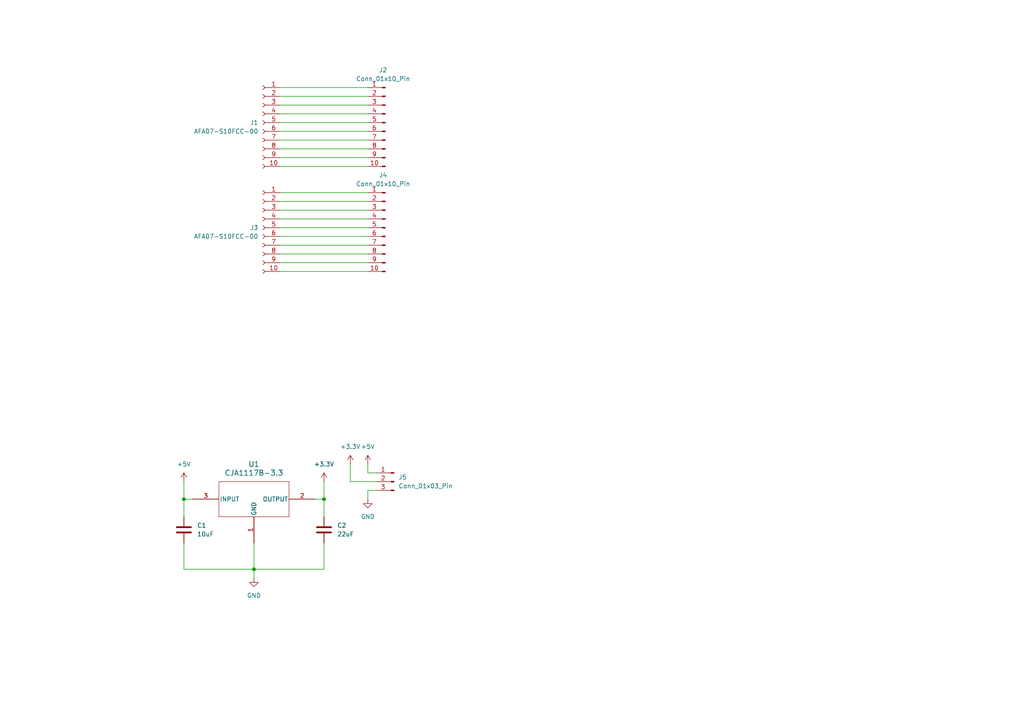
<source format=kicad_sch>
(kicad_sch (version 20231120) (generator "eeschema") (generator_version "8.0")
  (paper "A4")
  (lib_symbols
    (symbol "AFA07-S10FCC-00_1" (pin_names (offset 1.016) hide)
      (property "Reference" "J" (at 0 12.7 0))
      (property "Value" "AFA07-S10FCC-00" (at 0 -15.24 0))
      (symbol "AFA07-S10FCC-00_1_1_1"
        (arc (start 0 -12.192) (mid -0.5058 -12.7) (end 0 -13.208) (stroke (width 0.1524)))
        (arc (start 0 -9.652) (mid -0.5058 -10.16) (end 0 -10.668) (stroke (width 0.1524)))
        (arc (start 0 -7.112) (mid -0.5058 -7.62) (end 0 -8.128) (stroke (width 0.1524)))
        (arc (start 0 -4.572) (mid -0.5058 -5.08) (end 0 -5.588) (stroke (width 0.1524)))
        (arc (start 0 -2.032) (mid -0.5058 -2.54) (end 0 -3.048) (stroke (width 0.1524)))
        (polyline (pts (xy -1.27 -12.7) (xy -0.508 -12.7)) (stroke (width 0.1524)))
        (polyline (pts (xy -1.27 -10.16) (xy -0.508 -10.16)) (stroke (width 0.1524)))
        (polyline (pts (xy -1.27 -7.62) (xy -0.508 -7.62)) (stroke (width 0.1524)))
        (polyline (pts (xy -1.27 -5.08) (xy -0.508 -5.08)) (stroke (width 0.1524)))
        (polyline (pts (xy -1.27 -2.54) (xy -0.508 -2.54)) (stroke (width 0.1524)))
        (polyline (pts (xy -1.27 0) (xy -0.508 0)) (stroke (width 0.1524)))
        (polyline (pts (xy -1.27 2.54) (xy -0.508 2.54)) (stroke (width 0.1524)))
        (polyline (pts (xy -1.27 5.08) (xy -0.508 5.08)) (stroke (width 0.1524)))
        (polyline (pts (xy -1.27 7.62) (xy -0.508 7.62)) (stroke (width 0.1524)))
        (polyline (pts (xy -1.27 10.16) (xy -0.508 10.16)) (stroke (width 0.1524)))
        (arc (start 0 0.508) (mid -0.5058 0) (end 0 -0.508) (stroke (width 0.1524)))
        (arc (start 0 3.048) (mid -0.5058 2.54) (end 0 2.032) (stroke (width 0.1524)))
        (arc (start 0 5.588) (mid -0.5058 5.08) (end 0 4.572) (stroke (width 0.1524)))
        (arc (start 0 8.128) (mid -0.5058 7.62) (end 0 7.112) (stroke (width 0.1524)))
        (arc (start 0 10.668) (mid -0.5058 10.16) (end 0 9.652) (stroke (width 0.1524)))
        (pin passive line (at -5.08 10.16 0) (length 3.81) (name "Pin_1") (number "1"))
        (pin passive line (at -5.08 -12.7 0) (length 3.81) (name "Pin_10") (number "10"))
        (pin passive line (at -5.08 7.62 0) (length 3.81) (name "Pin_2") (number "2"))
        (pin passive line (at -5.08 5.08 0) (length 3.81) (name "Pin_3") (number "3"))
        (pin passive line (at -5.08 2.54 0) (length 3.81) (name "Pin_4") (number "4"))
        (pin passive line (at -5.08 0 0) (length 3.81) (name "Pin_5") (number "5"))
        (pin passive line (at -5.08 -2.54 0) (length 3.81) (name "Pin_6") (number "6"))
        (pin passive line (at -5.08 -5.08 0) (length 3.81) (name "Pin_7") (number "7"))
        (pin passive line (at -5.08 -7.62 0) (length 3.81) (name "Pin_8") (number "8"))
        (pin passive line (at -5.08 -10.16 0) (length 3.81) (name "Pin_9") (number "9"))
      )
    )
    (symbol "Connector:Conn_01x03_Pin" (pin_names (offset 1.016) hide)
      (property "Reference" "J" (at 0 5.08 0))
      (property "Value" "Conn_01x03_Pin" (at 0 -5.08 0))
      (symbol "Conn_01x03_Pin_1_1"
        (polyline (pts (xy 1.27 -2.54) (xy 0.8636 -2.54)) (stroke (width 0.1524)))
        (polyline (pts (xy 1.27 0) (xy 0.8636 0)) (stroke (width 0.1524)))
        (polyline (pts (xy 1.27 2.54) (xy 0.8636 2.54)) (stroke (width 0.1524)))
        (rectangle (start 0.8636 -2.413) (end 0 -2.667) (stroke (width 0.1524)) (fill (type outline)))
        (rectangle (start 0.8636 0.127) (end 0 -0.127) (stroke (width 0.1524)) (fill (type outline)))
        (rectangle (start 0.8636 2.667) (end 0 2.413) (stroke (width 0.1524)) (fill (type outline)))
        (pin passive line (at 5.08 2.54 180) (length 3.81) (name "Pin_1") (number "1"))
        (pin passive line (at 5.08 0 180) (length 3.81) (name "Pin_2") (number "2"))
        (pin passive line (at 5.08 -2.54 180) (length 3.81) (name "Pin_3") (number "3"))
      )
    )
    (symbol "Connector:Conn_01x10_Pin" (pin_names (offset 1.016) hide)
      (property "Reference" "J" (at 0 12.7 0))
      (property "Value" "Conn_01x10_Pin" (at 0 -15.24 0))
      (symbol "Conn_01x10_Pin_1_1"
        (polyline (pts (xy 1.27 -12.7) (xy 0.8636 -12.7)) (stroke (width 0.1524)))
        (polyline (pts (xy 1.27 -10.16) (xy 0.8636 -10.16)) (stroke (width 0.1524)))
        (polyline (pts (xy 1.27 -7.62) (xy 0.8636 -7.62)) (stroke (width 0.1524)))
        (polyline (pts (xy 1.27 -5.08) (xy 0.8636 -5.08)) (stroke (width 0.1524)))
        (polyline (pts (xy 1.27 -2.54) (xy 0.8636 -2.54)) (stroke (width 0.1524)))
        (polyline (pts (xy 1.27 0) (xy 0.8636 0)) (stroke (width 0.1524)))
        (polyline (pts (xy 1.27 2.54) (xy 0.8636 2.54)) (stroke (width 0.1524)))
        (polyline (pts (xy 1.27 5.08) (xy 0.8636 5.08)) (stroke (width 0.1524)))
        (polyline (pts (xy 1.27 7.62) (xy 0.8636 7.62)) (stroke (width 0.1524)))
        (polyline (pts (xy 1.27 10.16) (xy 0.8636 10.16)) (stroke (width 0.1524)))
        (rectangle (start 0.8636 -12.573) (end 0 -12.827) (stroke (width 0.1524)) (fill (type outline)))
        (rectangle (start 0.8636 -10.033) (end 0 -10.287) (stroke (width 0.1524)) (fill (type outline)))
        (rectangle (start 0.8636 -7.493) (end 0 -7.747) (stroke (width 0.1524)) (fill (type outline)))
        (rectangle (start 0.8636 -4.953) (end 0 -5.207) (stroke (width 0.1524)) (fill (type outline)))
        (rectangle (start 0.8636 -2.413) (end 0 -2.667) (stroke (width 0.1524)) (fill (type outline)))
        (rectangle (start 0.8636 0.127) (end 0 -0.127) (stroke (width 0.1524)) (fill (type outline)))
        (rectangle (start 0.8636 2.667) (end 0 2.413) (stroke (width 0.1524)) (fill (type outline)))
        (rectangle (start 0.8636 5.207) (end 0 4.953) (stroke (width 0.1524)) (fill (type outline)))
        (rectangle (start 0.8636 7.747) (end 0 7.493) (stroke (width 0.1524)) (fill (type outline)))
        (rectangle (start 0.8636 10.287) (end 0 10.033) (stroke (width 0.1524)) (fill (type outline)))
        (pin passive line (at 5.08 10.16 180) (length 3.81) (name "Pin_1") (number "1"))
        (pin passive line (at 5.08 -12.7 180) (length 3.81) (name "Pin_10") (number "10"))
        (pin passive line (at 5.08 7.62 180) (length 3.81) (name "Pin_2") (number "2"))
        (pin passive line (at 5.08 5.08 180) (length 3.81) (name "Pin_3") (number "3"))
        (pin passive line (at 5.08 2.54 180) (length 3.81) (name "Pin_4") (number "4"))
        (pin passive line (at 5.08 0 180) (length 3.81) (name "Pin_5") (number "5"))
        (pin passive line (at 5.08 -2.54 180) (length 3.81) (name "Pin_6") (number "6"))
        (pin passive line (at 5.08 -5.08 180) (length 3.81) (name "Pin_7") (number "7"))
        (pin passive line (at 5.08 -7.62 180) (length 3.81) (name "Pin_8") (number "8"))
        (pin passive line (at 5.08 -10.16 180) (length 3.81) (name "Pin_9") (number "9"))
      )
    )
    (symbol "kicad_inventree_lib:AFA07-S10FCC-00" (pin_names (offset 1.016) hide)
      (property "Reference" "J" (at 0 12.7 0))
      (property "Value" "AFA07-S10FCC-00" (at 0 -15.24 0))
      (symbol "AFA07-S10FCC-00_1_1"
        (arc (start 0 -12.192) (mid -0.5058 -12.7) (end 0 -13.208) (stroke (width 0.1524)))
        (arc (start 0 -9.652) (mid -0.5058 -10.16) (end 0 -10.668) (stroke (width 0.1524)))
        (arc (start 0 -7.112) (mid -0.5058 -7.62) (end 0 -8.128) (stroke (width 0.1524)))
        (arc (start 0 -4.572) (mid -0.5058 -5.08) (end 0 -5.588) (stroke (width 0.1524)))
        (arc (start 0 -2.032) (mid -0.5058 -2.54) (end 0 -3.048) (stroke (width 0.1524)))
        (polyline (pts (xy -1.27 -12.7) (xy -0.508 -12.7)) (stroke (width 0.1524)))
        (polyline (pts (xy -1.27 -10.16) (xy -0.508 -10.16)) (stroke (width 0.1524)))
        (polyline (pts (xy -1.27 -7.62) (xy -0.508 -7.62)) (stroke (width 0.1524)))
        (polyline (pts (xy -1.27 -5.08) (xy -0.508 -5.08)) (stroke (width 0.1524)))
        (polyline (pts (xy -1.27 -2.54) (xy -0.508 -2.54)) (stroke (width 0.1524)))
        (polyline (pts (xy -1.27 0) (xy -0.508 0)) (stroke (width 0.1524)))
        (polyline (pts (xy -1.27 2.54) (xy -0.508 2.54)) (stroke (width 0.1524)))
        (polyline (pts (xy -1.27 5.08) (xy -0.508 5.08)) (stroke (width 0.1524)))
        (polyline (pts (xy -1.27 7.62) (xy -0.508 7.62)) (stroke (width 0.1524)))
        (polyline (pts (xy -1.27 10.16) (xy -0.508 10.16)) (stroke (width 0.1524)))
        (arc (start 0 0.508) (mid -0.5058 0) (end 0 -0.508) (stroke (width 0.1524)))
        (arc (start 0 3.048) (mid -0.5058 2.54) (end 0 2.032) (stroke (width 0.1524)))
        (arc (start 0 5.588) (mid -0.5058 5.08) (end 0 4.572) (stroke (width 0.1524)))
        (arc (start 0 8.128) (mid -0.5058 7.62) (end 0 7.112) (stroke (width 0.1524)))
        (arc (start 0 10.668) (mid -0.5058 10.16) (end 0 9.652) (stroke (width 0.1524)))
        (pin passive line (at -5.08 10.16 0) (length 3.81) (name "Pin_1") (number "1"))
        (pin passive line (at -5.08 -12.7 0) (length 3.81) (name "Pin_10") (number "10"))
        (pin passive line (at -5.08 7.62 0) (length 3.81) (name "Pin_2") (number "2"))
        (pin passive line (at -5.08 5.08 0) (length 3.81) (name "Pin_3") (number "3"))
        (pin passive line (at -5.08 2.54 0) (length 3.81) (name "Pin_4") (number "4"))
        (pin passive line (at -5.08 0 0) (length 3.81) (name "Pin_5") (number "5"))
        (pin passive line (at -5.08 -2.54 0) (length 3.81) (name "Pin_6") (number "6"))
        (pin passive line (at -5.08 -5.08 0) (length 3.81) (name "Pin_7") (number "7"))
        (pin passive line (at -5.08 -7.62 0) (length 3.81) (name "Pin_8") (number "8"))
        (pin passive line (at -5.08 -10.16 0) (length 3.81) (name "Pin_9") (number "9"))
      )
    )
    (symbol "kicad_inventree_lib:CJA1117B-3.3" (pin_names (offset 0.254))
      (property "Reference" "U" (at 0 5.08 0))
      (property "Value" "CJA1117B-3.3" (at 0 2.54 0))
      (symbol "CJA1117B-3.3_0_1"
        (polyline (pts (xy -10.16 -10.16) (xy 10.16 -10.16)) (stroke (width 0.127)))
        (polyline (pts (xy -10.16 0) (xy -10.16 -10.16)) (stroke (width 0.127)))
        (polyline (pts (xy 10.16 -10.16) (xy 10.16 0)) (stroke (width 0.127)))
        (polyline (pts (xy 10.16 0) (xy -10.16 0)) (stroke (width 0.127)))
        (pin unspecified line (at 17.78 -5.08 180) (length 7.62) (name "OUTPUT") (number "2"))
        (pin unspecified line (at -17.78 -5.08 0) (length 7.62) (name "INPUT") (number "3"))
      )
      (symbol "CJA1117B-3.3_1_1"
        (pin unspecified line (at 0 -17.78 90) (length 7.62) (name "GND") (number "1"))
      )
    )
    (symbol "kicad_inventree_lib:C_10uF_16V_1206" (pin_numbers hide) (pin_names (offset 0.254))
      (property "Reference" "C" (at 0.635 2.54 0))
      (property "Value" "10uF" (at 0.635 -2.54 0))
      (symbol "C_10uF_16V_1206_0_1"
        (polyline (pts (xy -2.032 -0.762) (xy 2.032 -0.762)) (stroke (width 0.508)))
        (polyline (pts (xy -2.032 0.762) (xy 2.032 0.762)) (stroke (width 0.508)))
      )
      (symbol "C_10uF_16V_1206_1_1"
        (pin passive line (at 0 3.81 270) (length 2.794) (name "~") (number "1"))
        (pin passive line (at 0 -3.81 90) (length 2.794) (name "~") (number "2"))
      )
    )
    (symbol "kicad_inventree_lib:C_22uF_16V_1206" (pin_numbers hide) (pin_names (offset 0.254))
      (property "Reference" "C" (at 0.635 2.54 0))
      (property "Value" "22uF" (at 0.635 -2.54 0))
      (symbol "C_22uF_16V_1206_0_1"
        (polyline (pts (xy -2.032 -0.762) (xy 2.032 -0.762)) (stroke (width 0.508)))
        (polyline (pts (xy -2.032 0.762) (xy 2.032 0.762)) (stroke (width 0.508)))
      )
      (symbol "C_22uF_16V_1206_1_1"
        (pin passive line (at 0 3.81 270) (length 2.794) (name "~") (number "1"))
        (pin passive line (at 0 -3.81 90) (length 2.794) (name "~") (number "2"))
      )
    )
    (symbol "power:+3.3V" (power) (pin_numbers hide) (pin_names (offset 0) hide)
      (property "Value" "+3.3V" (at 0 3.556 0))
      (symbol "+3.3V_0_1"
        (polyline (pts (xy -0.762 1.27) (xy 0 2.54)))
        (polyline (pts (xy 0 0) (xy 0 2.54)))
        (polyline (pts (xy 0 2.54) (xy 0.762 1.27)))
      )
      (symbol "+3.3V_1_1"
        (pin power_in line (at 0 0 90) (length 0) (name "~") (number "1"))
      )
    )
    (symbol "power:+5V" (power) (pin_numbers hide) (pin_names (offset 0) hide)
      (property "Value" "+5V" (at 0 3.556 0))
      (symbol "+5V_0_1"
        (polyline (pts (xy -0.762 1.27) (xy 0 2.54)))
        (polyline (pts (xy 0 0) (xy 0 2.54)))
        (polyline (pts (xy 0 2.54) (xy 0.762 1.27)))
      )
      (symbol "+5V_1_1"
        (pin power_in line (at 0 0 90) (length 0) (name "~") (number "1"))
      )
    )
    (symbol "power:GND" (power) (pin_numbers hide) (pin_names (offset 0) hide)
      (property "Value" "GND" (at 0 -3.81 0))
      (symbol "GND_0_1"
        (polyline (pts (xy 0 0) (xy 0 -1.27) (xy 1.27 -1.27) (xy 0 -2.54) (xy -1.27 -1.27) (xy 0 -1.27)))
      )
      (symbol "GND_1_1"
        (pin power_in line (at 0 0 270) (length 0) (name "~") (number "1"))
      )
    )
  )
  (junction (at 93.98 144.78))
  (junction (at 53.34 144.78))
  (junction (at 73.66 165.1))
  (wire (pts (xy 106.68 43.18) (xy 81.28 43.18)))
  (wire (pts (xy 106.68 134.62) (xy 106.68 137.16)))
  (wire (pts (xy 106.68 60.96) (xy 81.28 60.96)))
  (wire (pts (xy 106.68 33.02) (xy 81.28 33.02)))
  (wire (pts (xy 106.68 76.2) (xy 81.28 76.2)))
  (wire (pts (xy 106.68 63.5) (xy 81.28 63.5)))
  (wire (pts (xy 106.68 48.26) (xy 81.28 48.26)))
  (wire (pts (xy 53.34 165.1) (xy 73.66 165.1)))
  (wire (pts (xy 106.68 55.88) (xy 81.28 55.88)))
  (wire (pts (xy 106.68 78.74) (xy 81.28 78.74)))
  (wire (pts (xy 93.98 157.48) (xy 93.98 165.1)))
  (wire (pts (xy 93.98 144.78) (xy 93.98 139.7)))
  (wire (pts (xy 106.68 35.56) (xy 81.28 35.56)))
  (wire (pts (xy 106.68 38.1) (xy 81.28 38.1)))
  (wire (pts (xy 53.34 144.78) (xy 55.88 144.78)))
  (wire (pts (xy 106.68 66.04) (xy 81.28 66.04)))
  (wire (pts (xy 109.22 139.7) (xy 101.6 139.7)))
  (wire (pts (xy 53.34 144.78) (xy 53.34 149.86)))
  (wire (pts (xy 53.34 139.7) (xy 53.34 144.78)))
  (wire (pts (xy 106.68 73.66) (xy 81.28 73.66)))
  (wire (pts (xy 106.68 40.64) (xy 81.28 40.64)))
  (wire (pts (xy 106.68 71.12) (xy 81.28 71.12)))
  (wire (pts (xy 106.68 27.94) (xy 81.28 27.94)))
  (wire (pts (xy 93.98 144.78) (xy 93.98 149.86)))
  (wire (pts (xy 106.68 68.58) (xy 81.28 68.58)))
  (wire (pts (xy 106.68 30.48) (xy 81.28 30.48)))
  (wire (pts (xy 73.66 167.64) (xy 73.66 165.1)))
  (wire (pts (xy 106.68 137.16) (xy 109.22 137.16)))
  (wire (pts (xy 106.68 25.4) (xy 81.28 25.4)))
  (wire (pts (xy 73.66 165.1) (xy 73.66 157.48)))
  (wire (pts (xy 101.6 139.7) (xy 101.6 134.62)))
  (wire (pts (xy 53.34 157.48) (xy 53.34 165.1)))
  (wire (pts (xy 106.68 45.72) (xy 81.28 45.72)))
  (wire (pts (xy 91.44 144.78) (xy 93.98 144.78)))
  (wire (pts (xy 106.68 142.24) (xy 106.68 144.78)))
  (wire (pts (xy 93.98 165.1) (xy 73.66 165.1)))
  (wire (pts (xy 109.22 142.24) (xy 106.68 142.24)))
  (wire (pts (xy 106.68 58.42) (xy 81.28 58.42)))
  (symbol (lib_id "Connector:Conn_01x03_Pin") (at 114.3 139.7 0) (mirror y) (unit 1)
    (property "Reference" "J5" (at 115.57 138.4299 0) (effects (justify right)))
    (property "Value" "Conn_01x03_Pin" (at 115.57 140.9699 0) (effects (justify right)))
    (property "Footprint" "Connector_PinHeader_2.54mm:PinHeader_1x03_P2.54mm_Vertical" (effects (hide yes)))
    (property "Description" "Generic connector, single row, 01x03, script generated" (effects (hide yes)))
  )
  (symbol (lib_id "Connector:Conn_01x10_Pin") (at 111.76 66.04 0) (mirror y) (unit 1)
    (property "Reference" "J4" (at 111.125 50.8 0))
    (property "Value" "Conn_01x10_Pin" (at 111.125 53.34 0))
    (property "Footprint" "Connector_PinHeader_2.54mm:PinHeader_1x10_P2.54mm_Vertical" (effects (hide yes)))
    (property "Description" "Generic connector, single row, 01x10, script generated" (effects (hide yes)))
  )
  (symbol (lib_id "power:GND") (at 73.66 167.64 0) (mirror y) (unit 1)
    (property "Reference" "#PWR02" (effects (hide yes)))
    (property "Value" "GND" (at 73.66 172.72 0))
    (property "Description" "Power symbol creates a global label with name \"GND\" , ground" (effects (hide yes)))
  )
  (symbol (lib_name "AFA07-S10FCC-00_1") (lib_id "kicad_inventree_lib:AFA07-S10FCC-00") (at 76.2 35.56 0) (mirror y) (unit 1)
    (property "Reference" "J1" (at 74.93 35.5599 0) (effects (justify left)))
    (property "Value" "AFA07-S10FCC-00" (at 74.93 38.0999 0) (effects (justify left)))
    (property "Footprint" "kicad_inventree_lib:CONN10_AFA07-S10_JUS" (effects (hide yes)))
    (property "Datasheet" "http://inventree.network/part/170/" (effects (hide yes)))
    (property "Description" "Generic connector, single row, 01x10, script generated" (effects (hide yes)))
    (property "part_ipn" "AFA07-S10FCC-00" (effects (hide yes)))
  )
  (symbol (lib_id "power:+3.3V") (at 93.98 139.7 0) (unit 1)
    (property "Reference" "#PWR03" (effects (hide yes)))
    (property "Value" "+3.3V" (at 93.98 134.62 0))
    (property "Description" "Power symbol creates a global label with name \"+3.3V\"" (effects (hide yes)))
  )
  (symbol (lib_id "power:+5V") (at 53.34 139.7 0) (mirror y) (unit 1)
    (property "Reference" "#PWR01" (effects (hide yes)))
    (property "Value" "+5V" (at 53.34 134.62 0))
    (property "Description" "Power symbol creates a global label with name \"+5V\"" (effects (hide yes)))
  )
  (symbol (lib_id "kicad_inventree_lib:CJA1117B-3.3") (at 73.66 139.7 0) (unit 1)
    (property "Reference" "U1" (at 73.66 134.62 0) (effects (font (size 1.524 1.524))))
    (property "Value" "CJA1117B-3.3" (at 73.66 137.16 0) (effects (font (size 1.524 1.524))))
    (property "Footprint" "Package_TO_SOT_SMD:SOT-89-3" (effects (hide yes)))
    (property "Datasheet" "http://inventree.network/part/165/" (effects (hide yes)))
    (property "part_ipn" "CJA1117B-3.3" (effects (hide yes)))
  )
  (symbol (lib_id "kicad_inventree_lib:C_10uF_16V_1206") (at 53.34 153.67 0) (unit 1)
    (property "Reference" "C1" (at 57.15 152.3999 0) (effects (justify left)))
    (property "Value" "10uF" (at 57.15 154.9399 0) (effects (justify left)))
    (property "Footprint" "Capacitor_SMD:C_1206_3216Metric_Pad1.33x1.80mm_HandSolder" (effects (hide yes)))
    (property "Datasheet" "http://inventree.network/part/141/" (effects (hide yes)))
    (property "Description" "Unpolarized capacitor" (effects (hide yes)))
    (property "part_ipn" "C_10uF_16V_1206" (effects (hide yes)))
  )
  (symbol (lib_id "kicad_inventree_lib:AFA07-S10FCC-00") (at 76.2 66.04 0) (mirror y) (unit 1)
    (property "Reference" "J3" (at 74.93 66.0399 0) (effects (justify left)))
    (property "Value" "AFA07-S10FCC-00" (at 74.93 68.5799 0) (effects (justify left)))
    (property "Footprint" "kicad_inventree_lib:CONN10_AFA07-S10_JUS" (effects (hide yes)))
    (property "Datasheet" "http://inventree.network/part/170/" (effects (hide yes)))
    (property "Description" "Generic connector, single row, 01x10, script generated" (effects (hide yes)))
  )
  (symbol (lib_id "power:+3.3V") (at 101.6 134.62 0) (unit 1)
    (property "Reference" "#PWR05" (effects (hide yes)))
    (property "Value" "+3.3V" (at 101.6 129.54 0))
    (property "Description" "Power symbol creates a global label with name \"+3.3V\"" (effects (hide yes)))
  )
  (symbol (lib_id "power:+5V") (at 106.68 134.62 0) (mirror y) (unit 1)
    (property "Reference" "#PWR04" (effects (hide yes)))
    (property "Value" "+5V" (at 106.68 129.54 0))
    (property "Description" "Power symbol creates a global label with name \"+5V\"" (effects (hide yes)))
  )
  (symbol (lib_id "kicad_inventree_lib:C_22uF_16V_1206") (at 93.98 153.67 0) (unit 1)
    (property "Reference" "C2" (at 97.79 152.3999 0) (effects (justify left)))
    (property "Value" "22uF" (at 97.79 154.9399 0) (effects (justify left)))
    (property "Footprint" "Capacitor_SMD:C_1206_3216Metric_Pad1.33x1.80mm_HandSolder" (effects (hide yes)))
    (property "Datasheet" "http://inventree.network/part/166/" (effects (hide yes)))
    (property "Description" "Unpolarized capacitor" (effects (hide yes)))
    (property "part_ipn" "C_22uF_16V_1206" (effects (hide yes)))
  )
  (symbol (lib_id "power:GND") (at 106.68 144.78 0) (mirror y) (unit 1)
    (property "Reference" "#PWR06" (effects (hide yes)))
    (property "Value" "GND" (at 106.68 149.86 0))
    (property "Description" "Power symbol creates a global label with name \"GND\" , ground" (effects (hide yes)))
  )
  (symbol (lib_id "Connector:Conn_01x10_Pin") (at 111.76 35.56 0) (mirror y) (unit 1)
    (property "Reference" "J2" (at 111.125 20.32 0))
    (property "Value" "Conn_01x10_Pin" (at 111.125 22.86 0))
    (property "Footprint" "Connector_PinHeader_2.54mm:PinHeader_1x10_P2.54mm_Vertical" (effects (hide yes)))
    (property "Description" "Generic connector, single row, 01x10, script generated" (effects (hide yes)))
  )
)
</source>
